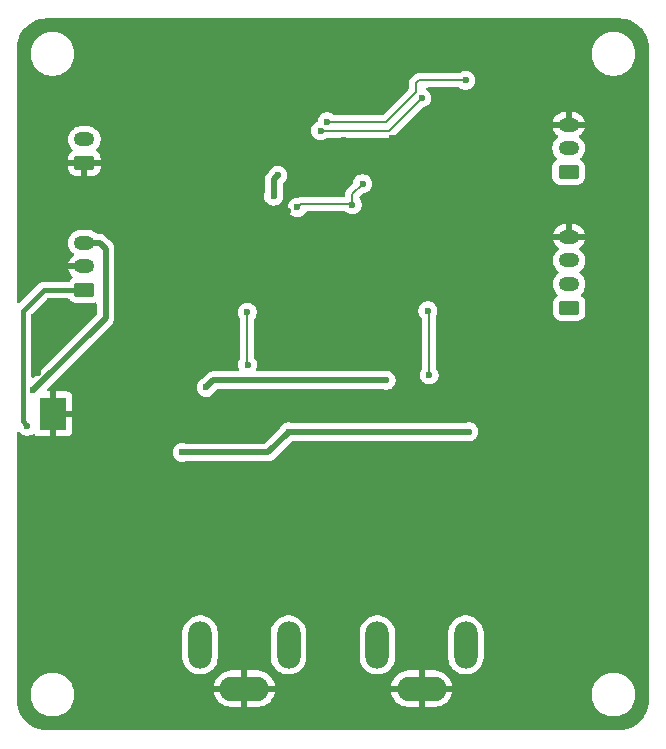
<source format=gbr>
%TF.GenerationSoftware,KiCad,Pcbnew,9.0.7*%
%TF.CreationDate,2026-02-10T21:29:49-05:00*%
%TF.ProjectId,dac,6461632e-6b69-4636-9164-5f7063625858,rev?*%
%TF.SameCoordinates,Original*%
%TF.FileFunction,Copper,L4,Bot*%
%TF.FilePolarity,Positive*%
%FSLAX46Y46*%
G04 Gerber Fmt 4.6, Leading zero omitted, Abs format (unit mm)*
G04 Created by KiCad (PCBNEW 9.0.7) date 2026-02-10 21:29:49*
%MOMM*%
%LPD*%
G01*
G04 APERTURE LIST*
G04 Aperture macros list*
%AMRoundRect*
0 Rectangle with rounded corners*
0 $1 Rounding radius*
0 $2 $3 $4 $5 $6 $7 $8 $9 X,Y pos of 4 corners*
0 Add a 4 corners polygon primitive as box body*
4,1,4,$2,$3,$4,$5,$6,$7,$8,$9,$2,$3,0*
0 Add four circle primitives for the rounded corners*
1,1,$1+$1,$2,$3*
1,1,$1+$1,$4,$5*
1,1,$1+$1,$6,$7*
1,1,$1+$1,$8,$9*
0 Add four rect primitives between the rounded corners*
20,1,$1+$1,$2,$3,$4,$5,0*
20,1,$1+$1,$4,$5,$6,$7,0*
20,1,$1+$1,$6,$7,$8,$9,0*
20,1,$1+$1,$8,$9,$2,$3,0*%
G04 Aperture macros list end*
%TA.AperFunction,ComponentPad*%
%ADD10O,1.750000X1.200000*%
%TD*%
%TA.AperFunction,ComponentPad*%
%ADD11RoundRect,0.250000X0.625000X-0.350000X0.625000X0.350000X-0.625000X0.350000X-0.625000X-0.350000X0*%
%TD*%
%TA.AperFunction,ComponentPad*%
%ADD12C,0.600000*%
%TD*%
%TA.AperFunction,SMDPad,CuDef*%
%ADD13R,2.300000X2.800000*%
%TD*%
%TA.AperFunction,ComponentPad*%
%ADD14O,4.200000X2.100000*%
%TD*%
%TA.AperFunction,ComponentPad*%
%ADD15O,2.000000X4.000000*%
%TD*%
%TA.AperFunction,ViaPad*%
%ADD16C,0.600000*%
%TD*%
%TA.AperFunction,Conductor*%
%ADD17C,0.500000*%
%TD*%
%TA.AperFunction,Conductor*%
%ADD18C,0.400000*%
%TD*%
%TA.AperFunction,Conductor*%
%ADD19C,0.200000*%
%TD*%
G04 APERTURE END LIST*
D10*
%TO.P,J3,3,Pin_3*%
%TO.N,/+15V*%
X108700000Y-94250000D03*
%TO.P,J3,2,Pin_2*%
%TO.N,GND*%
X108700000Y-96250000D03*
D11*
%TO.P,J3,1,Pin_1*%
%TO.N,/-15V*%
X108700000Y-98250000D03*
%TD*%
%TO.P,J4,1,Pin_1*%
%TO.N,GND*%
X108700000Y-87500000D03*
D10*
%TO.P,J4,2,Pin_2*%
%TO.N,+5V*%
X108700000Y-85500000D03*
%TD*%
D11*
%TO.P,J2,1,Pin_1*%
%TO.N,/BCLK*%
X149750000Y-99750000D03*
D10*
%TO.P,J2,2,Pin_2*%
%TO.N,/WCLK*%
X149750000Y-97750000D03*
%TO.P,J2,3,Pin_3*%
%TO.N,/DATA*%
X149750000Y-95750000D03*
%TO.P,J2,4,Pin_4*%
%TO.N,GND*%
X149750000Y-93750000D03*
%TD*%
D11*
%TO.P,J1,1,Pin_1*%
%TO.N,/SCL*%
X149700000Y-88250000D03*
D10*
%TO.P,J1,2,Pin_2*%
%TO.N,/SCA*%
X149700000Y-86250000D03*
%TO.P,J1,3,Pin_3*%
%TO.N,GND*%
X149700000Y-84250000D03*
%TD*%
D12*
%TO.P,U5,11,GND*%
%TO.N,GND*%
X105525000Y-107990000D03*
X105525000Y-109490000D03*
X106025000Y-108740000D03*
D13*
X106025000Y-108740000D03*
D12*
X106525000Y-107990000D03*
X106525000Y-109490000D03*
%TD*%
D14*
%TO.P,J5,1_A*%
%TO.N,GND*%
X122250000Y-132000000D03*
%TO.P,J5,1_B*%
X137250000Y-132000000D03*
D15*
%TO.P,J5,2_A*%
%TO.N,Net-(C15-Pad2)*%
X118500000Y-128300000D03*
%TO.P,J5,2_B*%
%TO.N,Net-(C21-Pad2)*%
X133500000Y-128300000D03*
%TO.P,J5,3_A*%
%TO.N,Net-(C15-Pad2)*%
X126000000Y-128300000D03*
%TO.P,J5,3_B*%
%TO.N,Net-(C21-Pad2)*%
X141000000Y-128300000D03*
%TD*%
D16*
%TO.N,GND*%
X118750000Y-101000000D03*
X118750000Y-98081818D03*
X107000000Y-101750000D03*
%TO.N,/-15V*%
X103846055Y-109794960D03*
%TO.N,/+15V*%
X104350000Y-106750000D03*
%TO.N,GND*%
X104750000Y-105250000D03*
X104750000Y-101000000D03*
X131250000Y-127750000D03*
X126750000Y-101500000D03*
X110250000Y-80250000D03*
X113000000Y-88750000D03*
X144000000Y-82000000D03*
X111250000Y-127595455D03*
X104750000Y-86409091D03*
X150250000Y-118840910D03*
X150250000Y-133331818D03*
X136750000Y-95250000D03*
X153500000Y-86409091D03*
X126700000Y-113152273D03*
X123750000Y-97000000D03*
X108000000Y-118840910D03*
X131250000Y-116090910D03*
X120250000Y-91500000D03*
X131250000Y-121927273D03*
X147000000Y-89327273D03*
X147000000Y-118840910D03*
X126700000Y-116070455D03*
X120250000Y-85250000D03*
X141250000Y-91250000D03*
X111250000Y-130500000D03*
X153500000Y-104250000D03*
X133750000Y-101500000D03*
X143750000Y-113004546D03*
X104750000Y-92245455D03*
X117000000Y-94500000D03*
X104500000Y-97000000D03*
X122250000Y-83750000D03*
X110250000Y-78000000D03*
X143750000Y-107168182D03*
X106500000Y-112500000D03*
X143750000Y-95163637D03*
X131250000Y-113172728D03*
X114500000Y-118840910D03*
X131250000Y-133500000D03*
X104750000Y-121759091D03*
X112857143Y-78000000D03*
X123500000Y-80000000D03*
X153500000Y-89327273D03*
X147000000Y-130500000D03*
X129589285Y-78000000D03*
X134250000Y-95250000D03*
X120749998Y-90625000D03*
X133750000Y-104418182D03*
X143750000Y-130500000D03*
X115500000Y-87250000D03*
X131250000Y-119009091D03*
X153500000Y-83490909D03*
X108000000Y-115922728D03*
X118750000Y-80000000D03*
X141250000Y-89250000D03*
X148750000Y-78000000D03*
X153500000Y-107168182D03*
X147000000Y-98081819D03*
X131250000Y-98250000D03*
X104750000Y-124677273D03*
X143750000Y-115922728D03*
X143750000Y-101000000D03*
X146589285Y-78000000D03*
X153500000Y-124677273D03*
X112250000Y-98081818D03*
X131250000Y-101500000D03*
X127250000Y-87000000D03*
X108000000Y-127595455D03*
X147000000Y-113004546D03*
X108000000Y-121759091D03*
X141250000Y-95250000D03*
X150250000Y-127595455D03*
X133750000Y-90250000D03*
X133750000Y-118988636D03*
X153500000Y-118840910D03*
X106750000Y-106000000D03*
X150250000Y-107168182D03*
X143750000Y-124677273D03*
X153500000Y-101000000D03*
X115500000Y-101000000D03*
X134704605Y-85376156D03*
X120250000Y-83750000D03*
X126700000Y-124825000D03*
X150250000Y-115922728D03*
X111250000Y-118840910D03*
X143750000Y-127595455D03*
X104750000Y-112500000D03*
X129000000Y-124845455D03*
X147000000Y-101000000D03*
X147000000Y-133331818D03*
X129000000Y-113172728D03*
X129000000Y-98250000D03*
X143750000Y-133331818D03*
X153500000Y-115922728D03*
X134785714Y-78000000D03*
X114500000Y-121759091D03*
X117750000Y-124750000D03*
X153500000Y-113004546D03*
X114500000Y-115922728D03*
X115000000Y-78000000D03*
X129000000Y-107336364D03*
X129000000Y-130581818D03*
X129750000Y-87000000D03*
X115500000Y-85750000D03*
X143750000Y-110086364D03*
X121250000Y-89750000D03*
X117785714Y-78000000D03*
X129000000Y-133500000D03*
X120232143Y-78000000D03*
X115500000Y-88750000D03*
X122375000Y-78000000D03*
X143750000Y-104250000D03*
X121250000Y-87000000D03*
X129000000Y-121927273D03*
X108000000Y-124677273D03*
X150250000Y-113004546D03*
X126700000Y-118988636D03*
X153500000Y-98081819D03*
X104750000Y-127595455D03*
X104750000Y-118840910D03*
X153500000Y-121759091D03*
X153500000Y-95163637D03*
X129000000Y-119009091D03*
X121250000Y-97000000D03*
X147000000Y-107168182D03*
X114500000Y-130500000D03*
X117750000Y-121831818D03*
X147000000Y-110086364D03*
X111250000Y-124677273D03*
X134785714Y-80000000D03*
X122750000Y-109500000D03*
X147000000Y-124677273D03*
X112750000Y-80250000D03*
X120250000Y-89750000D03*
X127250000Y-84000000D03*
X147000000Y-121759091D03*
X133750000Y-113152273D03*
X113000000Y-85750000D03*
X129000000Y-116090910D03*
X122250000Y-85250000D03*
X143750000Y-98081819D03*
X121250000Y-80000000D03*
X111250000Y-133331818D03*
X111250000Y-121759091D03*
X104750000Y-89327273D03*
X138000000Y-109000000D03*
X112250000Y-101000000D03*
X115500000Y-98081818D03*
X143750000Y-121759091D03*
X131250000Y-124845455D03*
X104750000Y-83490909D03*
X141250000Y-98081819D03*
X114500000Y-127595455D03*
X125931844Y-91521694D03*
X114500000Y-124677273D03*
X153500000Y-92245455D03*
X143750000Y-118840910D03*
X130723990Y-85575000D03*
X143000000Y-85500000D03*
X146589285Y-80000000D03*
X150250000Y-104250000D03*
X150250000Y-124677273D03*
X117750000Y-118913637D03*
X147000000Y-127595455D03*
X114500000Y-133331818D03*
X130250000Y-93500000D03*
X129000000Y-127750000D03*
X153500000Y-110086364D03*
X153500000Y-127595455D03*
X126700000Y-121906818D03*
X133750000Y-121906818D03*
X131250000Y-107336364D03*
X147000000Y-115922728D03*
X131250000Y-104418182D03*
X133750000Y-116070455D03*
X139000000Y-95250000D03*
X150250000Y-130500000D03*
X127250000Y-89250000D03*
X131250000Y-130581818D03*
X124839285Y-78000000D03*
X126750000Y-104418182D03*
X113000000Y-87250000D03*
X110000000Y-106500000D03*
X129000000Y-104418182D03*
X129000000Y-101500000D03*
X147000000Y-104250000D03*
X150250000Y-110086364D03*
X148750000Y-80000000D03*
X129000000Y-95331818D03*
X111250000Y-115922728D03*
X133750000Y-124825000D03*
X134785714Y-82000000D03*
X104750000Y-115922728D03*
X126750000Y-98250000D03*
X112000000Y-92500000D03*
X123250000Y-89250000D03*
X150250000Y-121759091D03*
X121250000Y-91500000D03*
X146500000Y-82000000D03*
X129750000Y-89250000D03*
X127000000Y-78000000D03*
%TO.N,DAC2B*%
X137890000Y-105444283D03*
X137783862Y-100007997D03*
%TO.N,+3.3V*%
X132250000Y-89250000D03*
X125091263Y-88545895D03*
X126741805Y-91263879D03*
X124717491Y-90302438D03*
X131392322Y-91023694D03*
%TO.N,DAC1B*%
X122499999Y-100134651D03*
X122515288Y-104565472D03*
%TO.N,+12V*%
X134250000Y-105887502D03*
X119000000Y-106500000D03*
%TO.N,-12V*%
X141250000Y-110250000D03*
X126000000Y-110250000D03*
X117000000Y-112000000D03*
%TO.N,Net-(U1-ADDR0)*%
X128699000Y-84756223D03*
X137250000Y-82000000D03*
%TO.N,Net-(U1-ADDR1)*%
X141000000Y-80500000D03*
X129250000Y-84000000D03*
%TD*%
D17*
%TO.N,/+15V*%
X110500000Y-100600000D02*
X104350000Y-106750000D01*
X110500000Y-94750000D02*
X110500000Y-100600000D01*
X110000000Y-94250000D02*
X110500000Y-94750000D01*
X108700000Y-94250000D02*
X110000000Y-94250000D01*
D18*
%TO.N,/-15V*%
X105250000Y-98250000D02*
X108700000Y-98250000D01*
X103500000Y-100000000D02*
X105250000Y-98250000D01*
X103500000Y-109357000D02*
X103500000Y-100000000D01*
X103883000Y-109740000D02*
X103500000Y-109357000D01*
D19*
%TO.N,+3.3V*%
X127005684Y-91000000D02*
X126741805Y-91263879D01*
X131368628Y-91000000D02*
X127005684Y-91000000D01*
X131392322Y-91023694D02*
X131368628Y-91000000D01*
%TO.N,GND*%
X130723990Y-85698990D02*
X130723990Y-85575000D01*
X130775000Y-85750000D02*
X130723990Y-85698990D01*
%TO.N,DAC2B*%
X137890000Y-100035398D02*
X137862599Y-100007997D01*
X137890000Y-105444283D02*
X137890000Y-100035398D01*
X137862599Y-100007997D02*
X137783862Y-100007997D01*
%TO.N,+3.3V*%
X132250000Y-89250000D02*
X131392322Y-90107678D01*
X124717491Y-90302438D02*
X124750002Y-90269927D01*
D17*
X124750002Y-88887156D02*
X125091263Y-88545895D01*
X124750002Y-90269927D02*
X124750002Y-88887156D01*
D19*
X131392322Y-90107678D02*
X131392322Y-91023694D01*
%TO.N,DAC1B*%
X122499999Y-100134651D02*
X122499999Y-104550183D01*
X122499999Y-104550183D02*
X122515288Y-104565472D01*
D17*
%TO.N,+12V*%
X119612498Y-105887502D02*
X134250000Y-105887502D01*
X119000000Y-106500000D02*
X119612498Y-105887502D01*
%TO.N,-12V*%
X126000000Y-110250000D02*
X141250000Y-110250000D01*
X117000000Y-112000000D02*
X124250000Y-112000000D01*
X126000000Y-110250000D02*
X124250000Y-112000000D01*
D19*
%TO.N,Net-(U1-ADDR0)*%
X137250000Y-82000000D02*
X134500000Y-84750000D01*
X134500000Y-84750000D02*
X128705223Y-84750000D01*
X128705223Y-84750000D02*
X128699000Y-84756223D01*
%TO.N,Net-(U1-ADDR1)*%
X136750000Y-80750000D02*
X137000000Y-80500000D01*
X136750000Y-81500000D02*
X136750000Y-80750000D01*
X129250000Y-84000000D02*
X134250000Y-84000000D01*
X134250000Y-84000000D02*
X136750000Y-81500000D01*
X137000000Y-80500000D02*
X141000000Y-80500000D01*
%TD*%
%TA.AperFunction,Conductor*%
%TO.N,GND*%
G36*
X154003736Y-75250726D02*
G01*
X154293796Y-75268271D01*
X154308659Y-75270076D01*
X154590798Y-75321780D01*
X154605335Y-75325363D01*
X154879172Y-75410695D01*
X154893163Y-75416000D01*
X155154743Y-75533727D01*
X155167989Y-75540680D01*
X155413465Y-75689075D01*
X155425776Y-75697573D01*
X155651573Y-75874473D01*
X155662781Y-75884403D01*
X155865596Y-76087218D01*
X155875526Y-76098426D01*
X155995481Y-76251538D01*
X156052422Y-76324217D01*
X156060926Y-76336537D01*
X156118128Y-76431161D01*
X156209316Y-76582004D01*
X156216275Y-76595263D01*
X156333997Y-76856831D01*
X156339306Y-76870832D01*
X156424635Y-77144663D01*
X156428219Y-77159201D01*
X156479923Y-77441340D01*
X156481728Y-77456205D01*
X156499274Y-77746263D01*
X156499500Y-77753750D01*
X156499500Y-132996249D01*
X156499274Y-133003736D01*
X156481728Y-133293794D01*
X156479923Y-133308659D01*
X156428219Y-133590798D01*
X156424635Y-133605336D01*
X156339306Y-133879167D01*
X156333997Y-133893168D01*
X156216275Y-134154736D01*
X156209316Y-134167995D01*
X156060928Y-134413459D01*
X156052422Y-134425782D01*
X155875526Y-134651573D01*
X155865596Y-134662781D01*
X155662781Y-134865596D01*
X155651573Y-134875526D01*
X155425782Y-135052422D01*
X155413459Y-135060928D01*
X155167995Y-135209316D01*
X155154736Y-135216275D01*
X154893168Y-135333997D01*
X154879167Y-135339306D01*
X154605336Y-135424635D01*
X154590798Y-135428219D01*
X154308659Y-135479923D01*
X154293794Y-135481728D01*
X154003736Y-135499274D01*
X153996249Y-135499500D01*
X105503751Y-135499500D01*
X105496264Y-135499274D01*
X105206205Y-135481728D01*
X105191340Y-135479923D01*
X104909201Y-135428219D01*
X104894663Y-135424635D01*
X104620832Y-135339306D01*
X104606831Y-135333997D01*
X104345263Y-135216275D01*
X104332004Y-135209316D01*
X104086540Y-135060928D01*
X104074217Y-135052422D01*
X103848426Y-134875526D01*
X103837218Y-134865596D01*
X103634403Y-134662781D01*
X103624473Y-134651573D01*
X103447573Y-134425776D01*
X103439075Y-134413465D01*
X103290680Y-134167989D01*
X103283727Y-134154743D01*
X103166000Y-133893163D01*
X103160693Y-133879167D01*
X103111949Y-133722743D01*
X103075363Y-133605335D01*
X103071780Y-133590798D01*
X103020075Y-133308657D01*
X103018271Y-133293794D01*
X103000726Y-133003736D01*
X103000500Y-132996249D01*
X103000500Y-132378711D01*
X104149500Y-132378711D01*
X104149500Y-132621288D01*
X104181161Y-132861785D01*
X104243947Y-133096104D01*
X104336773Y-133320205D01*
X104336776Y-133320212D01*
X104458064Y-133530289D01*
X104458066Y-133530292D01*
X104458067Y-133530293D01*
X104605733Y-133722736D01*
X104605739Y-133722743D01*
X104777256Y-133894260D01*
X104777262Y-133894265D01*
X104969711Y-134041936D01*
X105179788Y-134163224D01*
X105403900Y-134256054D01*
X105638211Y-134318838D01*
X105818586Y-134342584D01*
X105878711Y-134350500D01*
X105878712Y-134350500D01*
X106121289Y-134350500D01*
X106169388Y-134344167D01*
X106361789Y-134318838D01*
X106596100Y-134256054D01*
X106820212Y-134163224D01*
X107030289Y-134041936D01*
X107222738Y-133894265D01*
X107394265Y-133722738D01*
X107541936Y-133530289D01*
X107663224Y-133320212D01*
X107756054Y-133096100D01*
X107818838Y-132861789D01*
X107850500Y-132621288D01*
X107850500Y-132378712D01*
X107818838Y-132138211D01*
X107756054Y-131903900D01*
X107756051Y-131903892D01*
X107727315Y-131834515D01*
X107692307Y-131750000D01*
X119670275Y-131750000D01*
X121049999Y-131750000D01*
X121024979Y-131810402D01*
X121000000Y-131935981D01*
X121000000Y-132064019D01*
X121024979Y-132189598D01*
X121049999Y-132250000D01*
X119670275Y-132250000D01*
X119688165Y-132362959D01*
X119763560Y-132594998D01*
X119874321Y-132812377D01*
X120017728Y-133009759D01*
X120190240Y-133182271D01*
X120387622Y-133325678D01*
X120605001Y-133436439D01*
X120837040Y-133511834D01*
X121078007Y-133550000D01*
X122000000Y-133550000D01*
X122000000Y-132650000D01*
X122500000Y-132650000D01*
X122500000Y-133550000D01*
X123421993Y-133550000D01*
X123662959Y-133511834D01*
X123894998Y-133436439D01*
X124112377Y-133325678D01*
X124309759Y-133182271D01*
X124482271Y-133009759D01*
X124625678Y-132812377D01*
X124736439Y-132594998D01*
X124811834Y-132362959D01*
X124829725Y-132250000D01*
X123450001Y-132250000D01*
X123475021Y-132189598D01*
X123500000Y-132064019D01*
X123500000Y-131935981D01*
X123475021Y-131810402D01*
X123450001Y-131750000D01*
X124829725Y-131750000D01*
X134670275Y-131750000D01*
X136049999Y-131750000D01*
X136024979Y-131810402D01*
X136000000Y-131935981D01*
X136000000Y-132064019D01*
X136024979Y-132189598D01*
X136049999Y-132250000D01*
X134670275Y-132250000D01*
X134688165Y-132362959D01*
X134763560Y-132594998D01*
X134874321Y-132812377D01*
X135017728Y-133009759D01*
X135190240Y-133182271D01*
X135387622Y-133325678D01*
X135605001Y-133436439D01*
X135837040Y-133511834D01*
X136078007Y-133550000D01*
X137000000Y-133550000D01*
X137000000Y-132650000D01*
X137500000Y-132650000D01*
X137500000Y-133550000D01*
X138421993Y-133550000D01*
X138662959Y-133511834D01*
X138894998Y-133436439D01*
X139112377Y-133325678D01*
X139309759Y-133182271D01*
X139482271Y-133009759D01*
X139625678Y-132812377D01*
X139736439Y-132594998D01*
X139806715Y-132378711D01*
X151649500Y-132378711D01*
X151649500Y-132621288D01*
X151681161Y-132861785D01*
X151743947Y-133096104D01*
X151836773Y-133320205D01*
X151836776Y-133320212D01*
X151958064Y-133530289D01*
X151958066Y-133530292D01*
X151958067Y-133530293D01*
X152105733Y-133722736D01*
X152105739Y-133722743D01*
X152277256Y-133894260D01*
X152277262Y-133894265D01*
X152469711Y-134041936D01*
X152679788Y-134163224D01*
X152903900Y-134256054D01*
X153138211Y-134318838D01*
X153318586Y-134342584D01*
X153378711Y-134350500D01*
X153378712Y-134350500D01*
X153621289Y-134350500D01*
X153669388Y-134344167D01*
X153861789Y-134318838D01*
X154096100Y-134256054D01*
X154320212Y-134163224D01*
X154530289Y-134041936D01*
X154722738Y-133894265D01*
X154894265Y-133722738D01*
X155041936Y-133530289D01*
X155163224Y-133320212D01*
X155256054Y-133096100D01*
X155318838Y-132861789D01*
X155350500Y-132621288D01*
X155350500Y-132378712D01*
X155318838Y-132138211D01*
X155256054Y-131903900D01*
X155163224Y-131679788D01*
X155041936Y-131469711D01*
X154894265Y-131277262D01*
X154894260Y-131277256D01*
X154722743Y-131105739D01*
X154722736Y-131105733D01*
X154530293Y-130958067D01*
X154530292Y-130958066D01*
X154530289Y-130958064D01*
X154320212Y-130836776D01*
X154274226Y-130817728D01*
X154096104Y-130743947D01*
X153861785Y-130681161D01*
X153621289Y-130649500D01*
X153621288Y-130649500D01*
X153378712Y-130649500D01*
X153378711Y-130649500D01*
X153138214Y-130681161D01*
X152903895Y-130743947D01*
X152679794Y-130836773D01*
X152679785Y-130836777D01*
X152469706Y-130958067D01*
X152277263Y-131105733D01*
X152277256Y-131105739D01*
X152105739Y-131277256D01*
X152105733Y-131277263D01*
X151958067Y-131469706D01*
X151836777Y-131679785D01*
X151836773Y-131679794D01*
X151743947Y-131903895D01*
X151681161Y-132138214D01*
X151649500Y-132378711D01*
X139806715Y-132378711D01*
X139811832Y-132362963D01*
X139813053Y-132355258D01*
X139813054Y-132355255D01*
X139829725Y-132250000D01*
X138450001Y-132250000D01*
X138475021Y-132189598D01*
X138500000Y-132064019D01*
X138500000Y-131935981D01*
X138475021Y-131810402D01*
X138450001Y-131750000D01*
X139829725Y-131750000D01*
X139811834Y-131637040D01*
X139736439Y-131405001D01*
X139625678Y-131187622D01*
X139482271Y-130990240D01*
X139309759Y-130817728D01*
X139112377Y-130674321D01*
X138894998Y-130563560D01*
X138662959Y-130488165D01*
X138421993Y-130450000D01*
X137500000Y-130450000D01*
X137500000Y-131350000D01*
X137000000Y-131350000D01*
X137000000Y-130450000D01*
X136078007Y-130450000D01*
X135837040Y-130488165D01*
X135605001Y-130563560D01*
X135387622Y-130674321D01*
X135190240Y-130817728D01*
X135017728Y-130990240D01*
X134874321Y-131187622D01*
X134763560Y-131405001D01*
X134688165Y-131637040D01*
X134670275Y-131750000D01*
X124829725Y-131750000D01*
X124811834Y-131637040D01*
X124736439Y-131405001D01*
X124625678Y-131187622D01*
X124482271Y-130990240D01*
X124309759Y-130817728D01*
X124112377Y-130674321D01*
X123894998Y-130563560D01*
X123662959Y-130488165D01*
X123421993Y-130450000D01*
X122500000Y-130450000D01*
X122500000Y-131350000D01*
X122000000Y-131350000D01*
X122000000Y-130450000D01*
X121078007Y-130450000D01*
X120837040Y-130488165D01*
X120605001Y-130563560D01*
X120387622Y-130674321D01*
X120190240Y-130817728D01*
X120017728Y-130990240D01*
X119874321Y-131187622D01*
X119763560Y-131405001D01*
X119688165Y-131637040D01*
X119670275Y-131750000D01*
X107692307Y-131750000D01*
X107663227Y-131679794D01*
X107663222Y-131679785D01*
X107638543Y-131637040D01*
X107541936Y-131469711D01*
X107394265Y-131277262D01*
X107394260Y-131277256D01*
X107222743Y-131105739D01*
X107222736Y-131105733D01*
X107030293Y-130958067D01*
X107030292Y-130958066D01*
X107030289Y-130958064D01*
X106820212Y-130836776D01*
X106774226Y-130817728D01*
X106596104Y-130743947D01*
X106361785Y-130681161D01*
X106121289Y-130649500D01*
X106121288Y-130649500D01*
X105878712Y-130649500D01*
X105878711Y-130649500D01*
X105638214Y-130681161D01*
X105403895Y-130743947D01*
X105179794Y-130836773D01*
X105179785Y-130836777D01*
X104969706Y-130958067D01*
X104777263Y-131105733D01*
X104777256Y-131105739D01*
X104605739Y-131277256D01*
X104605733Y-131277263D01*
X104458067Y-131469706D01*
X104336777Y-131679785D01*
X104336773Y-131679794D01*
X104243947Y-131903895D01*
X104181161Y-132138214D01*
X104149500Y-132378711D01*
X103000500Y-132378711D01*
X103000500Y-127181902D01*
X116999500Y-127181902D01*
X116999500Y-129418097D01*
X117036446Y-129651368D01*
X117109433Y-129875996D01*
X117216657Y-130086433D01*
X117355483Y-130277510D01*
X117522490Y-130444517D01*
X117713567Y-130583343D01*
X117812991Y-130634002D01*
X117924003Y-130690566D01*
X117924005Y-130690566D01*
X117924008Y-130690568D01*
X118044412Y-130729689D01*
X118148631Y-130763553D01*
X118381903Y-130800500D01*
X118381908Y-130800500D01*
X118618097Y-130800500D01*
X118851368Y-130763553D01*
X119075992Y-130690568D01*
X119286433Y-130583343D01*
X119477510Y-130444517D01*
X119644517Y-130277510D01*
X119783343Y-130086433D01*
X119890568Y-129875992D01*
X119963553Y-129651368D01*
X120000500Y-129418097D01*
X120000500Y-127181902D01*
X124499500Y-127181902D01*
X124499500Y-129418097D01*
X124536446Y-129651368D01*
X124609433Y-129875996D01*
X124716657Y-130086433D01*
X124855483Y-130277510D01*
X125022490Y-130444517D01*
X125213567Y-130583343D01*
X125312991Y-130634002D01*
X125424003Y-130690566D01*
X125424005Y-130690566D01*
X125424008Y-130690568D01*
X125544412Y-130729689D01*
X125648631Y-130763553D01*
X125881903Y-130800500D01*
X125881908Y-130800500D01*
X126118097Y-130800500D01*
X126351368Y-130763553D01*
X126575992Y-130690568D01*
X126786433Y-130583343D01*
X126977510Y-130444517D01*
X127144517Y-130277510D01*
X127283343Y-130086433D01*
X127390568Y-129875992D01*
X127463553Y-129651368D01*
X127500500Y-129418097D01*
X127500500Y-127181902D01*
X131999500Y-127181902D01*
X131999500Y-129418097D01*
X132036446Y-129651368D01*
X132109433Y-129875996D01*
X132216657Y-130086433D01*
X132355483Y-130277510D01*
X132522490Y-130444517D01*
X132713567Y-130583343D01*
X132812991Y-130634002D01*
X132924003Y-130690566D01*
X132924005Y-130690566D01*
X132924008Y-130690568D01*
X133044412Y-130729689D01*
X133148631Y-130763553D01*
X133381903Y-130800500D01*
X133381908Y-130800500D01*
X133618097Y-130800500D01*
X133851368Y-130763553D01*
X134075992Y-130690568D01*
X134286433Y-130583343D01*
X134477510Y-130444517D01*
X134644517Y-130277510D01*
X134783343Y-130086433D01*
X134890568Y-129875992D01*
X134963553Y-129651368D01*
X135000500Y-129418097D01*
X135000500Y-127181902D01*
X139499500Y-127181902D01*
X139499500Y-129418097D01*
X139536446Y-129651368D01*
X139609433Y-129875996D01*
X139716657Y-130086433D01*
X139855483Y-130277510D01*
X140022490Y-130444517D01*
X140213567Y-130583343D01*
X140312991Y-130634002D01*
X140424003Y-130690566D01*
X140424005Y-130690566D01*
X140424008Y-130690568D01*
X140544412Y-130729689D01*
X140648631Y-130763553D01*
X140881903Y-130800500D01*
X140881908Y-130800500D01*
X141118097Y-130800500D01*
X141351368Y-130763553D01*
X141575992Y-130690568D01*
X141786433Y-130583343D01*
X141977510Y-130444517D01*
X142144517Y-130277510D01*
X142283343Y-130086433D01*
X142390568Y-129875992D01*
X142463553Y-129651368D01*
X142500500Y-129418097D01*
X142500500Y-127181902D01*
X142463553Y-126948631D01*
X142390566Y-126724003D01*
X142283342Y-126513566D01*
X142144517Y-126322490D01*
X141977510Y-126155483D01*
X141786433Y-126016657D01*
X141575996Y-125909433D01*
X141351368Y-125836446D01*
X141118097Y-125799500D01*
X141118092Y-125799500D01*
X140881908Y-125799500D01*
X140881903Y-125799500D01*
X140648631Y-125836446D01*
X140424003Y-125909433D01*
X140213566Y-126016657D01*
X140104550Y-126095862D01*
X140022490Y-126155483D01*
X140022488Y-126155485D01*
X140022487Y-126155485D01*
X139855485Y-126322487D01*
X139855485Y-126322488D01*
X139855483Y-126322490D01*
X139795862Y-126404550D01*
X139716657Y-126513566D01*
X139609433Y-126724003D01*
X139536446Y-126948631D01*
X139499500Y-127181902D01*
X135000500Y-127181902D01*
X134963553Y-126948631D01*
X134890566Y-126724003D01*
X134783342Y-126513566D01*
X134644517Y-126322490D01*
X134477510Y-126155483D01*
X134286433Y-126016657D01*
X134075996Y-125909433D01*
X133851368Y-125836446D01*
X133618097Y-125799500D01*
X133618092Y-125799500D01*
X133381908Y-125799500D01*
X133381903Y-125799500D01*
X133148631Y-125836446D01*
X132924003Y-125909433D01*
X132713566Y-126016657D01*
X132604550Y-126095862D01*
X132522490Y-126155483D01*
X132522488Y-126155485D01*
X132522487Y-126155485D01*
X132355485Y-126322487D01*
X132355485Y-126322488D01*
X132355483Y-126322490D01*
X132295862Y-126404550D01*
X132216657Y-126513566D01*
X132109433Y-126724003D01*
X132036446Y-126948631D01*
X131999500Y-127181902D01*
X127500500Y-127181902D01*
X127463553Y-126948631D01*
X127390566Y-126724003D01*
X127283342Y-126513566D01*
X127144517Y-126322490D01*
X126977510Y-126155483D01*
X126786433Y-126016657D01*
X126575996Y-125909433D01*
X126351368Y-125836446D01*
X126118097Y-125799500D01*
X126118092Y-125799500D01*
X125881908Y-125799500D01*
X125881903Y-125799500D01*
X125648631Y-125836446D01*
X125424003Y-125909433D01*
X125213566Y-126016657D01*
X125104550Y-126095862D01*
X125022490Y-126155483D01*
X125022488Y-126155485D01*
X125022487Y-126155485D01*
X124855485Y-126322487D01*
X124855485Y-126322488D01*
X124855483Y-126322490D01*
X124795862Y-126404550D01*
X124716657Y-126513566D01*
X124609433Y-126724003D01*
X124536446Y-126948631D01*
X124499500Y-127181902D01*
X120000500Y-127181902D01*
X119963553Y-126948631D01*
X119890566Y-126724003D01*
X119783342Y-126513566D01*
X119644517Y-126322490D01*
X119477510Y-126155483D01*
X119286433Y-126016657D01*
X119075996Y-125909433D01*
X118851368Y-125836446D01*
X118618097Y-125799500D01*
X118618092Y-125799500D01*
X118381908Y-125799500D01*
X118381903Y-125799500D01*
X118148631Y-125836446D01*
X117924003Y-125909433D01*
X117713566Y-126016657D01*
X117604550Y-126095862D01*
X117522490Y-126155483D01*
X117522488Y-126155485D01*
X117522487Y-126155485D01*
X117355485Y-126322487D01*
X117355485Y-126322488D01*
X117355483Y-126322490D01*
X117295862Y-126404550D01*
X117216657Y-126513566D01*
X117109433Y-126724003D01*
X117036446Y-126948631D01*
X116999500Y-127181902D01*
X103000500Y-127181902D01*
X103000500Y-111921153D01*
X116199500Y-111921153D01*
X116199500Y-112078846D01*
X116230261Y-112233489D01*
X116230264Y-112233501D01*
X116290602Y-112379172D01*
X116290609Y-112379185D01*
X116378210Y-112510288D01*
X116378213Y-112510292D01*
X116489707Y-112621786D01*
X116489711Y-112621789D01*
X116620814Y-112709390D01*
X116620827Y-112709397D01*
X116720060Y-112750500D01*
X116766503Y-112769737D01*
X116921153Y-112800499D01*
X116921156Y-112800500D01*
X116921158Y-112800500D01*
X117078844Y-112800500D01*
X117078845Y-112800499D01*
X117155152Y-112785320D01*
X117233488Y-112769739D01*
X117233489Y-112769738D01*
X117233497Y-112769737D01*
X117257155Y-112759937D01*
X117304604Y-112750500D01*
X124323920Y-112750500D01*
X124421462Y-112731096D01*
X124468913Y-112721658D01*
X124605495Y-112665084D01*
X124670291Y-112621789D01*
X124670294Y-112621786D01*
X124670296Y-112621786D01*
X124699547Y-112602240D01*
X124728416Y-112582952D01*
X126274549Y-111036819D01*
X126335872Y-111003334D01*
X126362230Y-111000500D01*
X140945396Y-111000500D01*
X140992844Y-111009937D01*
X141016503Y-111019737D01*
X141016508Y-111019738D01*
X141016511Y-111019739D01*
X141171153Y-111050499D01*
X141171156Y-111050500D01*
X141171158Y-111050500D01*
X141328844Y-111050500D01*
X141328845Y-111050499D01*
X141483497Y-111019737D01*
X141629179Y-110959394D01*
X141760289Y-110871789D01*
X141871789Y-110760289D01*
X141959394Y-110629179D01*
X142019737Y-110483497D01*
X142050500Y-110328842D01*
X142050500Y-110171158D01*
X142050500Y-110171155D01*
X142050499Y-110171153D01*
X142035063Y-110093552D01*
X142019737Y-110016503D01*
X141985855Y-109934703D01*
X141959397Y-109870827D01*
X141959390Y-109870814D01*
X141871789Y-109739711D01*
X141871786Y-109739707D01*
X141760292Y-109628213D01*
X141760288Y-109628210D01*
X141629185Y-109540609D01*
X141629172Y-109540602D01*
X141483501Y-109480264D01*
X141483489Y-109480261D01*
X141328845Y-109449500D01*
X141328842Y-109449500D01*
X141171158Y-109449500D01*
X141171155Y-109449500D01*
X141016511Y-109480260D01*
X141016506Y-109480262D01*
X141016504Y-109480262D01*
X141016503Y-109480263D01*
X140992844Y-109490062D01*
X140945396Y-109499500D01*
X126304604Y-109499500D01*
X126257155Y-109490062D01*
X126233497Y-109480263D01*
X126233493Y-109480262D01*
X126233488Y-109480260D01*
X126078845Y-109449500D01*
X126078842Y-109449500D01*
X125921158Y-109449500D01*
X125921155Y-109449500D01*
X125766510Y-109480261D01*
X125766498Y-109480264D01*
X125620827Y-109540602D01*
X125620814Y-109540609D01*
X125489711Y-109628210D01*
X125489707Y-109628213D01*
X125378213Y-109739707D01*
X125378207Y-109739715D01*
X125290607Y-109870818D01*
X125290606Y-109870819D01*
X125280805Y-109894480D01*
X125253927Y-109934703D01*
X123975451Y-111213181D01*
X123914128Y-111246666D01*
X123887770Y-111249500D01*
X117304604Y-111249500D01*
X117257155Y-111240062D01*
X117233497Y-111230263D01*
X117233493Y-111230262D01*
X117233488Y-111230260D01*
X117078845Y-111199500D01*
X117078842Y-111199500D01*
X116921158Y-111199500D01*
X116921155Y-111199500D01*
X116766510Y-111230261D01*
X116766498Y-111230264D01*
X116620827Y-111290602D01*
X116620814Y-111290609D01*
X116489711Y-111378210D01*
X116489707Y-111378213D01*
X116378213Y-111489707D01*
X116378210Y-111489711D01*
X116290609Y-111620814D01*
X116290602Y-111620827D01*
X116230264Y-111766498D01*
X116230261Y-111766510D01*
X116199500Y-111921153D01*
X103000500Y-111921153D01*
X103000500Y-110379133D01*
X103020185Y-110312094D01*
X103072989Y-110266339D01*
X103142147Y-110256395D01*
X103205703Y-110285420D01*
X103219605Y-110301194D01*
X103220402Y-110300541D01*
X103224268Y-110305252D01*
X103335762Y-110416746D01*
X103335766Y-110416749D01*
X103466869Y-110504350D01*
X103466882Y-110504357D01*
X103612553Y-110564695D01*
X103612558Y-110564697D01*
X103767208Y-110595459D01*
X103767211Y-110595460D01*
X103767213Y-110595460D01*
X103924899Y-110595460D01*
X103924900Y-110595459D01*
X104079552Y-110564697D01*
X104225234Y-110504354D01*
X104326111Y-110436949D01*
X104392788Y-110416072D01*
X104460168Y-110434556D01*
X104494268Y-110465740D01*
X104517812Y-110497190D01*
X104632906Y-110583350D01*
X104632913Y-110583354D01*
X104767620Y-110633596D01*
X104767627Y-110633598D01*
X104827155Y-110639999D01*
X104827172Y-110640000D01*
X105775000Y-110640000D01*
X105775000Y-110093553D01*
X105774999Y-110093552D01*
X106275000Y-110093552D01*
X106275000Y-110640000D01*
X107222828Y-110640000D01*
X107222844Y-110639999D01*
X107282372Y-110633598D01*
X107282379Y-110633596D01*
X107417086Y-110583354D01*
X107417093Y-110583350D01*
X107532187Y-110497190D01*
X107532190Y-110497187D01*
X107618350Y-110382093D01*
X107618354Y-110382086D01*
X107668596Y-110247379D01*
X107668598Y-110247372D01*
X107674999Y-110187844D01*
X107675000Y-110187827D01*
X107675000Y-108990000D01*
X106378553Y-108990000D01*
X106614095Y-109225542D01*
X106647580Y-109286865D01*
X106642596Y-109356557D01*
X106627374Y-109380242D01*
X106609968Y-109362836D01*
X106554837Y-109340000D01*
X106495163Y-109340000D01*
X106440032Y-109362836D01*
X106397836Y-109405032D01*
X106375000Y-109460163D01*
X106375000Y-109519837D01*
X106397836Y-109574968D01*
X106440032Y-109617164D01*
X106495163Y-109640000D01*
X106554837Y-109640000D01*
X106609968Y-109617164D01*
X106626082Y-109601049D01*
X106647580Y-109640418D01*
X106642596Y-109710110D01*
X106614095Y-109754457D01*
X106275000Y-110093552D01*
X105774999Y-110093552D01*
X105435904Y-109754457D01*
X105402419Y-109693134D01*
X105407403Y-109623442D01*
X105422624Y-109599756D01*
X105440032Y-109617164D01*
X105495163Y-109640000D01*
X105554837Y-109640000D01*
X105609968Y-109617164D01*
X105652164Y-109574968D01*
X105675000Y-109519837D01*
X105675000Y-109460163D01*
X105652164Y-109405032D01*
X105609968Y-109362836D01*
X105554837Y-109340000D01*
X105495163Y-109340000D01*
X105440032Y-109362836D01*
X105423916Y-109378951D01*
X105402419Y-109339581D01*
X105407403Y-109269889D01*
X105435904Y-109225542D01*
X105774999Y-108886446D01*
X105775000Y-108886445D01*
X105775000Y-108710163D01*
X105875000Y-108710163D01*
X105875000Y-108769837D01*
X105897836Y-108824968D01*
X105940032Y-108867164D01*
X105995163Y-108890000D01*
X106054837Y-108890000D01*
X106109968Y-108867164D01*
X106152164Y-108824968D01*
X106175000Y-108769837D01*
X106175000Y-108710163D01*
X106152164Y-108655032D01*
X106109968Y-108612836D01*
X106054837Y-108590000D01*
X105995163Y-108590000D01*
X105940032Y-108612836D01*
X105897836Y-108655032D01*
X105875000Y-108710163D01*
X105775000Y-108710163D01*
X105775000Y-108593553D01*
X105435904Y-108254457D01*
X105402419Y-108193134D01*
X105407403Y-108123442D01*
X105422624Y-108099756D01*
X105440032Y-108117164D01*
X105495163Y-108140000D01*
X105554837Y-108140000D01*
X105609968Y-108117164D01*
X105652164Y-108074968D01*
X105675000Y-108019837D01*
X105675000Y-107960163D01*
X105652164Y-107905032D01*
X105609968Y-107862836D01*
X105554837Y-107840000D01*
X105495163Y-107840000D01*
X105440032Y-107862836D01*
X105423916Y-107878951D01*
X105402419Y-107839581D01*
X105407403Y-107769889D01*
X105435904Y-107725542D01*
X105774999Y-107386446D01*
X106275000Y-107386446D01*
X106614096Y-107725542D01*
X106647581Y-107786865D01*
X106642597Y-107856557D01*
X106627374Y-107880242D01*
X106609968Y-107862836D01*
X106554837Y-107840000D01*
X106495163Y-107840000D01*
X106440032Y-107862836D01*
X106397836Y-107905032D01*
X106375000Y-107960163D01*
X106375000Y-108019837D01*
X106397836Y-108074968D01*
X106440032Y-108117164D01*
X106495163Y-108140000D01*
X106554837Y-108140000D01*
X106609968Y-108117164D01*
X106626082Y-108101049D01*
X106647580Y-108140418D01*
X106642596Y-108210110D01*
X106614095Y-108254457D01*
X106378553Y-108489999D01*
X106378554Y-108490000D01*
X107675000Y-108490000D01*
X107675000Y-107292172D01*
X107674999Y-107292155D01*
X107668598Y-107232627D01*
X107668596Y-107232620D01*
X107618354Y-107097913D01*
X107618350Y-107097906D01*
X107532190Y-106982812D01*
X107532187Y-106982809D01*
X107417093Y-106896649D01*
X107417086Y-106896645D01*
X107282379Y-106846403D01*
X107282372Y-106846401D01*
X107222844Y-106840000D01*
X106275000Y-106840000D01*
X106275000Y-107386446D01*
X105774999Y-107386446D01*
X105775000Y-107386445D01*
X105775000Y-106840000D01*
X105620729Y-106840000D01*
X105553690Y-106820315D01*
X105507935Y-106767511D01*
X105497991Y-106698353D01*
X105527016Y-106634797D01*
X105533048Y-106628319D01*
X105740214Y-106421153D01*
X118199500Y-106421153D01*
X118199500Y-106578846D01*
X118230261Y-106733489D01*
X118230264Y-106733501D01*
X118290602Y-106879172D01*
X118290609Y-106879185D01*
X118378210Y-107010288D01*
X118378213Y-107010292D01*
X118489707Y-107121786D01*
X118489711Y-107121789D01*
X118620814Y-107209390D01*
X118620827Y-107209397D01*
X118743693Y-107260289D01*
X118766503Y-107269737D01*
X118879291Y-107292172D01*
X118921153Y-107300499D01*
X118921156Y-107300500D01*
X118921158Y-107300500D01*
X119078844Y-107300500D01*
X119078845Y-107300499D01*
X119233497Y-107269737D01*
X119379179Y-107209394D01*
X119510289Y-107121789D01*
X119621789Y-107010289D01*
X119709394Y-106879179D01*
X119719191Y-106855524D01*
X119723823Y-106848592D01*
X119724921Y-106843547D01*
X119746065Y-106815301D01*
X119887048Y-106674319D01*
X119948371Y-106640836D01*
X119974728Y-106638002D01*
X133945396Y-106638002D01*
X133992844Y-106647439D01*
X134016503Y-106657239D01*
X134016508Y-106657240D01*
X134016511Y-106657241D01*
X134171153Y-106688001D01*
X134171156Y-106688002D01*
X134171158Y-106688002D01*
X134328844Y-106688002D01*
X134328845Y-106688001D01*
X134483497Y-106657239D01*
X134629179Y-106596896D01*
X134760289Y-106509291D01*
X134871789Y-106397791D01*
X134959394Y-106266681D01*
X135019737Y-106120999D01*
X135050500Y-105966344D01*
X135050500Y-105808660D01*
X135050500Y-105808657D01*
X135050499Y-105808655D01*
X135024466Y-105677780D01*
X135019737Y-105654005D01*
X135008324Y-105626451D01*
X134959397Y-105508329D01*
X134959390Y-105508316D01*
X134871789Y-105377213D01*
X134871786Y-105377209D01*
X134760292Y-105265715D01*
X134760288Y-105265712D01*
X134629185Y-105178111D01*
X134629172Y-105178104D01*
X134483501Y-105117766D01*
X134483489Y-105117763D01*
X134328845Y-105087002D01*
X134328842Y-105087002D01*
X134171158Y-105087002D01*
X134171155Y-105087002D01*
X134016511Y-105117762D01*
X134016506Y-105117764D01*
X134016504Y-105117764D01*
X134016503Y-105117765D01*
X133992844Y-105127564D01*
X133945396Y-105137002D01*
X123328145Y-105137002D01*
X123261106Y-105117317D01*
X123215351Y-105064513D01*
X123205407Y-104995355D01*
X123222613Y-104950456D01*
X123221809Y-104950026D01*
X123224678Y-104944656D01*
X123224682Y-104944651D01*
X123285025Y-104798969D01*
X123315788Y-104644314D01*
X123315788Y-104486630D01*
X123315788Y-104486627D01*
X123315787Y-104486625D01*
X123285026Y-104331982D01*
X123285025Y-104331975D01*
X123285023Y-104331970D01*
X123224685Y-104186299D01*
X123224678Y-104186286D01*
X123137077Y-104055183D01*
X123137074Y-104055179D01*
X123136818Y-104054923D01*
X123136726Y-104054755D01*
X123133212Y-104050473D01*
X123134024Y-104049806D01*
X123103333Y-103993600D01*
X123100499Y-103967242D01*
X123100499Y-100714416D01*
X123120184Y-100647377D01*
X123121397Y-100645525D01*
X123131914Y-100629786D01*
X123209393Y-100513830D01*
X123269736Y-100368148D01*
X123300499Y-100213493D01*
X123300499Y-100055809D01*
X123300499Y-100055806D01*
X123278906Y-99947255D01*
X123275305Y-99929150D01*
X136983362Y-99929150D01*
X136983362Y-100086843D01*
X137014123Y-100241486D01*
X137014126Y-100241498D01*
X137074464Y-100387169D01*
X137074471Y-100387182D01*
X137162072Y-100518285D01*
X137162075Y-100518289D01*
X137253181Y-100609395D01*
X137286666Y-100670718D01*
X137289500Y-100697076D01*
X137289500Y-104864517D01*
X137269815Y-104931556D01*
X137268602Y-104933408D01*
X137180609Y-105065097D01*
X137180602Y-105065110D01*
X137120264Y-105210781D01*
X137120261Y-105210793D01*
X137089500Y-105365436D01*
X137089500Y-105523129D01*
X137120261Y-105677772D01*
X137120264Y-105677784D01*
X137180602Y-105823455D01*
X137180609Y-105823468D01*
X137268210Y-105954571D01*
X137268213Y-105954575D01*
X137379707Y-106066069D01*
X137379711Y-106066072D01*
X137510814Y-106153673D01*
X137510827Y-106153680D01*
X137656498Y-106214018D01*
X137656503Y-106214020D01*
X137811153Y-106244782D01*
X137811156Y-106244783D01*
X137811158Y-106244783D01*
X137968844Y-106244783D01*
X137968845Y-106244782D01*
X138123497Y-106214020D01*
X138269179Y-106153677D01*
X138400289Y-106066072D01*
X138511789Y-105954572D01*
X138599394Y-105823462D01*
X138659737Y-105677780D01*
X138690500Y-105523125D01*
X138690500Y-105365441D01*
X138690500Y-105365438D01*
X138690499Y-105365436D01*
X138670663Y-105265715D01*
X138659737Y-105210786D01*
X138646203Y-105178111D01*
X138599397Y-105065110D01*
X138599390Y-105065097D01*
X138511398Y-104933408D01*
X138490520Y-104866730D01*
X138490500Y-104864517D01*
X138490500Y-100418494D01*
X138499939Y-100371041D01*
X138501136Y-100368152D01*
X138553599Y-100241494D01*
X138584362Y-100086839D01*
X138584362Y-99929155D01*
X138584362Y-99929152D01*
X138584361Y-99929150D01*
X138553600Y-99774507D01*
X138553599Y-99774500D01*
X138545720Y-99755478D01*
X138493259Y-99628824D01*
X138493252Y-99628811D01*
X138405651Y-99497708D01*
X138405648Y-99497704D01*
X138294154Y-99386210D01*
X138294150Y-99386207D01*
X138163047Y-99298606D01*
X138163034Y-99298599D01*
X138017363Y-99238261D01*
X138017351Y-99238258D01*
X137862707Y-99207497D01*
X137862704Y-99207497D01*
X137705020Y-99207497D01*
X137705017Y-99207497D01*
X137550372Y-99238258D01*
X137550360Y-99238261D01*
X137404689Y-99298599D01*
X137404676Y-99298606D01*
X137273573Y-99386207D01*
X137273569Y-99386210D01*
X137162075Y-99497704D01*
X137162072Y-99497708D01*
X137074471Y-99628811D01*
X137074464Y-99628824D01*
X137014126Y-99774495D01*
X137014123Y-99774507D01*
X136983362Y-99929150D01*
X123275305Y-99929150D01*
X123269736Y-99901154D01*
X123269734Y-99901149D01*
X123209396Y-99755478D01*
X123209389Y-99755465D01*
X123121788Y-99624362D01*
X123121785Y-99624358D01*
X123010291Y-99512864D01*
X123010287Y-99512861D01*
X122879184Y-99425260D01*
X122879171Y-99425253D01*
X122733500Y-99364915D01*
X122733488Y-99364912D01*
X122578844Y-99334151D01*
X122578841Y-99334151D01*
X122421157Y-99334151D01*
X122421154Y-99334151D01*
X122266509Y-99364912D01*
X122266497Y-99364915D01*
X122120826Y-99425253D01*
X122120813Y-99425260D01*
X121989710Y-99512861D01*
X121989706Y-99512864D01*
X121878212Y-99624358D01*
X121878209Y-99624362D01*
X121790608Y-99755465D01*
X121790601Y-99755478D01*
X121730263Y-99901149D01*
X121730260Y-99901161D01*
X121699499Y-100055804D01*
X121699499Y-100213497D01*
X121730260Y-100368140D01*
X121730263Y-100368152D01*
X121790601Y-100513823D01*
X121790608Y-100513836D01*
X121878601Y-100645525D01*
X121899479Y-100712202D01*
X121899499Y-100714416D01*
X121899499Y-104008587D01*
X121879814Y-104075626D01*
X121878601Y-104077478D01*
X121805897Y-104186286D01*
X121805890Y-104186299D01*
X121745552Y-104331970D01*
X121745549Y-104331982D01*
X121714788Y-104486625D01*
X121714788Y-104644318D01*
X121745549Y-104798961D01*
X121745552Y-104798973D01*
X121805890Y-104944644D01*
X121808767Y-104950026D01*
X121807581Y-104950659D01*
X121826411Y-105010779D01*
X121807931Y-105078161D01*
X121755956Y-105124855D01*
X121702431Y-105137002D01*
X119538578Y-105137002D01*
X119393590Y-105165842D01*
X119393580Y-105165845D01*
X119257006Y-105222416D01*
X119208930Y-105254539D01*
X119134082Y-105304549D01*
X119134079Y-105304552D01*
X118684703Y-105753927D01*
X118644480Y-105780805D01*
X118620819Y-105790606D01*
X118620818Y-105790607D01*
X118489715Y-105878207D01*
X118489707Y-105878213D01*
X118378213Y-105989707D01*
X118378210Y-105989711D01*
X118290609Y-106120814D01*
X118290602Y-106120827D01*
X118230264Y-106266498D01*
X118230261Y-106266510D01*
X118199500Y-106421153D01*
X105740214Y-106421153D01*
X111082948Y-101078419D01*
X111082951Y-101078416D01*
X111165084Y-100955495D01*
X111221658Y-100818913D01*
X111242885Y-100712202D01*
X111250500Y-100673920D01*
X111250500Y-95663389D01*
X148374500Y-95663389D01*
X148374500Y-95836611D01*
X148401598Y-96007701D01*
X148455127Y-96172445D01*
X148533768Y-96326788D01*
X148635586Y-96466928D01*
X148758072Y-96589414D01*
X148758078Y-96589418D01*
X148841023Y-96649683D01*
X148883689Y-96705013D01*
X148889667Y-96774626D01*
X148857061Y-96836421D01*
X148841023Y-96850317D01*
X148758078Y-96910581D01*
X148758069Y-96910588D01*
X148635588Y-97033069D01*
X148635588Y-97033070D01*
X148635586Y-97033072D01*
X148605705Y-97074200D01*
X148533768Y-97173211D01*
X148455128Y-97327552D01*
X148401597Y-97492302D01*
X148379911Y-97629225D01*
X148374500Y-97663389D01*
X148374500Y-97836611D01*
X148401598Y-98007701D01*
X148455127Y-98172445D01*
X148533768Y-98326788D01*
X148635586Y-98466928D01*
X148635588Y-98466930D01*
X148743127Y-98574469D01*
X148776612Y-98635792D01*
X148771628Y-98705484D01*
X148729756Y-98761417D01*
X148720544Y-98767688D01*
X148656344Y-98807287D01*
X148532289Y-98931342D01*
X148440187Y-99080663D01*
X148440186Y-99080666D01*
X148385001Y-99247203D01*
X148385001Y-99247204D01*
X148385000Y-99247204D01*
X148374500Y-99349983D01*
X148374500Y-100150001D01*
X148374501Y-100150019D01*
X148385000Y-100252796D01*
X148385001Y-100252799D01*
X148429530Y-100387176D01*
X148440186Y-100419334D01*
X148532288Y-100568656D01*
X148656344Y-100692712D01*
X148805666Y-100784814D01*
X148972203Y-100839999D01*
X149074991Y-100850500D01*
X150425008Y-100850499D01*
X150527797Y-100839999D01*
X150694334Y-100784814D01*
X150843656Y-100692712D01*
X150967712Y-100568656D01*
X151059814Y-100419334D01*
X151114999Y-100252797D01*
X151125500Y-100150009D01*
X151125499Y-99349992D01*
X151124203Y-99337308D01*
X151114999Y-99247203D01*
X151114998Y-99247200D01*
X151096942Y-99192710D01*
X151059814Y-99080666D01*
X150967712Y-98931344D01*
X150843656Y-98807288D01*
X150843652Y-98807285D01*
X150779456Y-98767688D01*
X150732731Y-98715740D01*
X150721510Y-98646777D01*
X150749353Y-98582695D01*
X150756850Y-98574491D01*
X150864414Y-98466928D01*
X150966232Y-98326788D01*
X151044873Y-98172445D01*
X151098402Y-98007701D01*
X151125500Y-97836611D01*
X151125500Y-97663389D01*
X151098402Y-97492299D01*
X151044873Y-97327555D01*
X150966232Y-97173212D01*
X150864414Y-97033072D01*
X150741928Y-96910586D01*
X150658975Y-96850317D01*
X150616311Y-96794988D01*
X150610332Y-96725374D01*
X150642938Y-96663579D01*
X150658976Y-96649682D01*
X150741928Y-96589414D01*
X150864414Y-96466928D01*
X150966232Y-96326788D01*
X151044873Y-96172445D01*
X151098402Y-96007701D01*
X151125500Y-95836611D01*
X151125500Y-95663389D01*
X151098402Y-95492299D01*
X151044873Y-95327555D01*
X150966232Y-95173212D01*
X150864414Y-95033072D01*
X150741928Y-94910586D01*
X150658550Y-94850008D01*
X150615885Y-94794677D01*
X150609906Y-94725064D01*
X150642512Y-94663269D01*
X150658552Y-94649371D01*
X150741598Y-94589036D01*
X150864032Y-94466602D01*
X150965804Y-94326524D01*
X151044408Y-94172255D01*
X151097914Y-94007584D01*
X151099115Y-94000000D01*
X150030330Y-94000000D01*
X150050075Y-93980255D01*
X150099444Y-93894745D01*
X150125000Y-93799370D01*
X150125000Y-93700630D01*
X150099444Y-93605255D01*
X150050075Y-93519745D01*
X150030330Y-93500000D01*
X151099115Y-93500000D01*
X151099115Y-93499999D01*
X151097914Y-93492415D01*
X151044408Y-93327744D01*
X150965804Y-93173475D01*
X150864032Y-93033397D01*
X150741602Y-92910967D01*
X150601524Y-92809195D01*
X150447257Y-92730591D01*
X150282584Y-92677085D01*
X150111571Y-92650000D01*
X150000000Y-92650000D01*
X150000000Y-93469670D01*
X149980255Y-93449925D01*
X149894745Y-93400556D01*
X149799370Y-93375000D01*
X149700630Y-93375000D01*
X149605255Y-93400556D01*
X149519745Y-93449925D01*
X149500000Y-93469670D01*
X149500000Y-92650000D01*
X149388429Y-92650000D01*
X149217415Y-92677085D01*
X149052742Y-92730591D01*
X148898475Y-92809195D01*
X148758397Y-92910967D01*
X148635967Y-93033397D01*
X148534195Y-93173475D01*
X148455591Y-93327744D01*
X148402085Y-93492415D01*
X148400884Y-93499999D01*
X148400885Y-93500000D01*
X149469670Y-93500000D01*
X149449925Y-93519745D01*
X149400556Y-93605255D01*
X149375000Y-93700630D01*
X149375000Y-93799370D01*
X149400556Y-93894745D01*
X149449925Y-93980255D01*
X149469670Y-94000000D01*
X148400885Y-94000000D01*
X148402085Y-94007584D01*
X148455591Y-94172255D01*
X148534195Y-94326524D01*
X148635967Y-94466602D01*
X148758401Y-94589036D01*
X148841447Y-94649371D01*
X148884114Y-94704701D01*
X148890093Y-94774314D01*
X148857488Y-94836109D01*
X148841450Y-94850007D01*
X148758072Y-94910585D01*
X148635588Y-95033069D01*
X148635588Y-95033070D01*
X148635586Y-95033072D01*
X148615391Y-95060868D01*
X148533768Y-95173211D01*
X148455128Y-95327552D01*
X148401597Y-95492302D01*
X148374500Y-95663389D01*
X111250500Y-95663389D01*
X111250500Y-94676079D01*
X111221659Y-94531092D01*
X111221658Y-94531091D01*
X111221658Y-94531087D01*
X111211970Y-94507697D01*
X111165087Y-94394511D01*
X111165083Y-94394504D01*
X111126400Y-94336611D01*
X111126145Y-94336229D01*
X111082952Y-94271584D01*
X110791623Y-93980255D01*
X110478421Y-93667052D01*
X110478414Y-93667046D01*
X110438260Y-93640216D01*
X110438186Y-93640168D01*
X110404729Y-93617813D01*
X110355491Y-93584913D01*
X110218917Y-93528343D01*
X110218907Y-93528340D01*
X110073920Y-93499500D01*
X110073918Y-93499500D01*
X109832204Y-93499500D01*
X109765165Y-93479815D01*
X109744523Y-93463181D01*
X109691930Y-93410588D01*
X109691928Y-93410586D01*
X109551788Y-93308768D01*
X109397445Y-93230127D01*
X109232701Y-93176598D01*
X109232699Y-93176597D01*
X109232698Y-93176597D01*
X109101271Y-93155781D01*
X109061611Y-93149500D01*
X108338389Y-93149500D01*
X108298728Y-93155781D01*
X108167302Y-93176597D01*
X108002552Y-93230128D01*
X107848211Y-93308768D01*
X107768256Y-93366859D01*
X107708072Y-93410586D01*
X107708070Y-93410588D01*
X107708069Y-93410588D01*
X107585588Y-93533069D01*
X107585588Y-93533070D01*
X107585586Y-93533072D01*
X107547921Y-93584913D01*
X107483768Y-93673211D01*
X107405128Y-93827552D01*
X107351597Y-93992302D01*
X107324500Y-94163389D01*
X107324500Y-94336610D01*
X107345088Y-94466602D01*
X107351598Y-94507701D01*
X107405127Y-94672445D01*
X107483768Y-94826788D01*
X107585586Y-94966928D01*
X107708072Y-95089414D01*
X107791449Y-95149991D01*
X107834114Y-95205322D01*
X107840093Y-95274935D01*
X107807487Y-95336730D01*
X107791448Y-95350627D01*
X107708404Y-95410961D01*
X107708399Y-95410965D01*
X107585967Y-95533397D01*
X107484195Y-95673475D01*
X107405591Y-95827744D01*
X107352085Y-95992415D01*
X107350884Y-95999999D01*
X107350885Y-96000000D01*
X108419670Y-96000000D01*
X108399925Y-96019745D01*
X108350556Y-96105255D01*
X108325000Y-96200630D01*
X108325000Y-96299370D01*
X108350556Y-96394745D01*
X108399925Y-96480255D01*
X108419670Y-96500000D01*
X107350885Y-96500000D01*
X107352085Y-96507584D01*
X107405591Y-96672255D01*
X107484195Y-96826524D01*
X107585967Y-96966602D01*
X107693565Y-97074200D01*
X107727050Y-97135523D01*
X107722066Y-97205215D01*
X107680194Y-97261148D01*
X107670981Y-97267420D01*
X107606342Y-97307289D01*
X107482289Y-97431342D01*
X107445741Y-97490597D01*
X107393793Y-97537321D01*
X107340202Y-97549500D01*
X105181004Y-97549500D01*
X105045677Y-97576418D01*
X105045667Y-97576421D01*
X104918192Y-97629222D01*
X104803454Y-97705887D01*
X104803453Y-97705888D01*
X103212181Y-99297161D01*
X103150858Y-99330646D01*
X103081166Y-99325662D01*
X103025233Y-99283790D01*
X103000816Y-99218326D01*
X103000500Y-99209480D01*
X103000500Y-91185032D01*
X125941305Y-91185032D01*
X125941305Y-91342725D01*
X125972066Y-91497368D01*
X125972069Y-91497380D01*
X126032407Y-91643051D01*
X126032414Y-91643064D01*
X126120015Y-91774167D01*
X126120018Y-91774171D01*
X126231512Y-91885665D01*
X126231516Y-91885668D01*
X126362619Y-91973269D01*
X126362632Y-91973276D01*
X126508303Y-92033614D01*
X126508308Y-92033616D01*
X126662958Y-92064378D01*
X126662961Y-92064379D01*
X126662963Y-92064379D01*
X126820649Y-92064379D01*
X126820650Y-92064378D01*
X126975302Y-92033616D01*
X127120984Y-91973273D01*
X127252094Y-91885668D01*
X127363594Y-91774168D01*
X127442813Y-91655609D01*
X127496425Y-91610804D01*
X127545915Y-91600500D01*
X130785687Y-91600500D01*
X130852726Y-91620185D01*
X130873368Y-91636819D01*
X130882029Y-91645480D01*
X130882033Y-91645483D01*
X131013136Y-91733084D01*
X131013149Y-91733091D01*
X131158820Y-91793429D01*
X131158825Y-91793431D01*
X131313475Y-91824193D01*
X131313478Y-91824194D01*
X131313480Y-91824194D01*
X131471166Y-91824194D01*
X131471167Y-91824193D01*
X131625819Y-91793431D01*
X131771501Y-91733088D01*
X131902611Y-91645483D01*
X132014111Y-91533983D01*
X132101716Y-91402873D01*
X132162059Y-91257191D01*
X132192822Y-91102536D01*
X132192822Y-90944852D01*
X132192822Y-90944849D01*
X132192821Y-90944847D01*
X132180857Y-90884700D01*
X132162059Y-90790197D01*
X132146896Y-90753590D01*
X132101719Y-90644521D01*
X132101712Y-90644508D01*
X132013720Y-90512819D01*
X132008069Y-90494772D01*
X131997845Y-90478863D01*
X131993393Y-90447901D01*
X131992842Y-90446141D01*
X131992822Y-90443928D01*
X131992822Y-90407775D01*
X132012507Y-90340736D01*
X132029141Y-90320094D01*
X132125644Y-90223591D01*
X132264662Y-90084572D01*
X132325983Y-90051089D01*
X132328150Y-90050638D01*
X132386085Y-90039113D01*
X132483497Y-90019737D01*
X132596166Y-89973067D01*
X132629172Y-89959397D01*
X132629172Y-89959396D01*
X132629179Y-89959394D01*
X132760289Y-89871789D01*
X132871789Y-89760289D01*
X132959394Y-89629179D01*
X133019737Y-89483497D01*
X133050500Y-89328842D01*
X133050500Y-89171158D01*
X133050500Y-89171155D01*
X133050499Y-89171153D01*
X133030111Y-89068656D01*
X133019737Y-89016503D01*
X132981869Y-88925080D01*
X132959397Y-88870827D01*
X132959390Y-88870814D01*
X132871789Y-88739711D01*
X132871786Y-88739707D01*
X132760292Y-88628213D01*
X132760288Y-88628210D01*
X132629185Y-88540609D01*
X132629172Y-88540602D01*
X132483501Y-88480264D01*
X132483489Y-88480261D01*
X132328845Y-88449500D01*
X132328842Y-88449500D01*
X132171158Y-88449500D01*
X132171155Y-88449500D01*
X132016510Y-88480261D01*
X132016498Y-88480264D01*
X131870827Y-88540602D01*
X131870814Y-88540609D01*
X131739711Y-88628210D01*
X131739707Y-88628213D01*
X131628213Y-88739707D01*
X131628210Y-88739711D01*
X131540609Y-88870814D01*
X131540602Y-88870827D01*
X131480264Y-89016498D01*
X131480261Y-89016508D01*
X131449361Y-89171850D01*
X131416976Y-89233761D01*
X131415425Y-89235339D01*
X130911803Y-89738960D01*
X130911801Y-89738962D01*
X130899489Y-89760289D01*
X130881095Y-89792149D01*
X130832745Y-89875893D01*
X130791821Y-90028621D01*
X130791821Y-90028623D01*
X130791821Y-90196724D01*
X130791822Y-90196737D01*
X130791822Y-90275500D01*
X130772137Y-90342539D01*
X130719333Y-90388294D01*
X130667822Y-90399500D01*
X126926626Y-90399500D01*
X126773899Y-90440423D01*
X126773894Y-90440425D01*
X126762914Y-90446765D01*
X126700913Y-90463379D01*
X126662960Y-90463379D01*
X126508315Y-90494140D01*
X126508303Y-90494143D01*
X126362632Y-90554481D01*
X126362619Y-90554488D01*
X126231516Y-90642089D01*
X126231512Y-90642092D01*
X126120018Y-90753586D01*
X126120015Y-90753590D01*
X126032414Y-90884693D01*
X126032407Y-90884706D01*
X125972069Y-91030377D01*
X125972066Y-91030389D01*
X125941305Y-91185032D01*
X103000500Y-91185032D01*
X103000500Y-90223591D01*
X123916991Y-90223591D01*
X123916991Y-90381284D01*
X123947752Y-90535927D01*
X123947755Y-90535939D01*
X124008093Y-90681610D01*
X124008100Y-90681623D01*
X124095701Y-90812726D01*
X124095704Y-90812730D01*
X124207198Y-90924224D01*
X124207202Y-90924227D01*
X124338305Y-91011828D01*
X124338318Y-91011835D01*
X124483989Y-91072173D01*
X124483994Y-91072175D01*
X124636628Y-91102536D01*
X124638644Y-91102937D01*
X124638647Y-91102938D01*
X124638649Y-91102938D01*
X124796335Y-91102938D01*
X124796336Y-91102937D01*
X124950988Y-91072175D01*
X124961062Y-91068002D01*
X124969798Y-91064384D01*
X125096663Y-91011835D01*
X125096663Y-91011834D01*
X125096670Y-91011832D01*
X125227780Y-90924227D01*
X125339280Y-90812727D01*
X125426885Y-90681617D01*
X125487228Y-90535935D01*
X125517991Y-90381280D01*
X125517991Y-90223596D01*
X125517991Y-90223593D01*
X125502885Y-90147653D01*
X125500502Y-90123461D01*
X125500502Y-89301482D01*
X125520187Y-89234443D01*
X125555613Y-89198379D01*
X125601552Y-89167684D01*
X125713052Y-89056184D01*
X125800657Y-88925074D01*
X125861000Y-88779392D01*
X125891763Y-88624737D01*
X125891763Y-88467053D01*
X125891763Y-88467050D01*
X125891762Y-88467048D01*
X125861001Y-88312405D01*
X125861000Y-88312398D01*
X125827118Y-88230598D01*
X125800660Y-88166722D01*
X125800653Y-88166709D01*
X125713052Y-88035606D01*
X125713049Y-88035602D01*
X125601555Y-87924108D01*
X125601551Y-87924105D01*
X125470448Y-87836504D01*
X125470435Y-87836497D01*
X125324764Y-87776159D01*
X125324752Y-87776156D01*
X125170108Y-87745395D01*
X125170105Y-87745395D01*
X125012421Y-87745395D01*
X125012418Y-87745395D01*
X124857773Y-87776156D01*
X124857761Y-87776159D01*
X124712090Y-87836497D01*
X124712077Y-87836504D01*
X124580974Y-87924105D01*
X124580970Y-87924108D01*
X124469476Y-88035602D01*
X124469470Y-88035610D01*
X124381870Y-88166713D01*
X124381869Y-88166714D01*
X124372068Y-88190375D01*
X124345191Y-88230598D01*
X124167048Y-88408742D01*
X124145923Y-88440359D01*
X124124797Y-88471978D01*
X124104857Y-88501819D01*
X124084918Y-88531660D01*
X124084914Y-88531667D01*
X124028345Y-88668238D01*
X124028342Y-88668248D01*
X123999502Y-88813235D01*
X123999502Y-89919345D01*
X123990063Y-89966797D01*
X123947754Y-90068939D01*
X123947751Y-90068949D01*
X123916991Y-90223591D01*
X103000500Y-90223591D01*
X103000500Y-85413389D01*
X107324500Y-85413389D01*
X107324500Y-85586611D01*
X107351598Y-85757701D01*
X107405127Y-85922445D01*
X107483768Y-86076788D01*
X107585586Y-86216928D01*
X107585588Y-86216930D01*
X107693491Y-86324833D01*
X107726976Y-86386156D01*
X107721992Y-86455848D01*
X107680120Y-86511781D01*
X107670907Y-86518053D01*
X107606654Y-86557684D01*
X107482684Y-86681654D01*
X107390643Y-86830875D01*
X107390641Y-86830880D01*
X107335494Y-86997302D01*
X107335493Y-86997309D01*
X107325000Y-87100013D01*
X107325000Y-87250000D01*
X108419670Y-87250000D01*
X108399925Y-87269745D01*
X108350556Y-87355255D01*
X108325000Y-87450630D01*
X108325000Y-87549370D01*
X108350556Y-87644745D01*
X108399925Y-87730255D01*
X108419670Y-87750000D01*
X107325001Y-87750000D01*
X107325001Y-87899986D01*
X107335494Y-88002697D01*
X107390641Y-88169119D01*
X107390643Y-88169124D01*
X107482684Y-88318345D01*
X107606654Y-88442315D01*
X107755875Y-88534356D01*
X107755880Y-88534358D01*
X107922302Y-88589505D01*
X107922309Y-88589506D01*
X108025019Y-88599999D01*
X108449999Y-88599999D01*
X108450000Y-88599998D01*
X108450000Y-87780330D01*
X108469745Y-87800075D01*
X108555255Y-87849444D01*
X108650630Y-87875000D01*
X108749370Y-87875000D01*
X108844745Y-87849444D01*
X108930255Y-87800075D01*
X108950000Y-87780330D01*
X108950000Y-88599999D01*
X109374972Y-88599999D01*
X109374986Y-88599998D01*
X109477697Y-88589505D01*
X109644119Y-88534358D01*
X109644124Y-88534356D01*
X109793345Y-88442315D01*
X109917315Y-88318345D01*
X110009356Y-88169124D01*
X110009358Y-88169119D01*
X110064505Y-88002697D01*
X110064506Y-88002690D01*
X110074999Y-87899986D01*
X110075000Y-87899973D01*
X110075000Y-87750000D01*
X108980330Y-87750000D01*
X109000075Y-87730255D01*
X109049444Y-87644745D01*
X109075000Y-87549370D01*
X109075000Y-87450630D01*
X109049444Y-87355255D01*
X109000075Y-87269745D01*
X108980330Y-87250000D01*
X110074999Y-87250000D01*
X110074999Y-87100028D01*
X110074998Y-87100013D01*
X110064505Y-86997302D01*
X110009358Y-86830880D01*
X110009356Y-86830875D01*
X109917315Y-86681654D01*
X109793343Y-86557682D01*
X109729093Y-86518053D01*
X109682368Y-86466105D01*
X109671145Y-86397143D01*
X109698988Y-86333061D01*
X109706486Y-86324855D01*
X109814414Y-86216928D01*
X109853312Y-86163389D01*
X148324500Y-86163389D01*
X148324500Y-86336611D01*
X148351598Y-86507701D01*
X148405127Y-86672445D01*
X148483768Y-86826788D01*
X148585586Y-86966928D01*
X148585588Y-86966930D01*
X148693127Y-87074469D01*
X148726612Y-87135792D01*
X148721628Y-87205484D01*
X148679756Y-87261417D01*
X148670544Y-87267688D01*
X148606344Y-87307287D01*
X148482289Y-87431342D01*
X148390187Y-87580663D01*
X148390186Y-87580666D01*
X148335001Y-87747203D01*
X148335001Y-87747204D01*
X148335000Y-87747204D01*
X148324500Y-87849983D01*
X148324500Y-88650001D01*
X148324501Y-88650019D01*
X148335000Y-88752796D01*
X148335001Y-88752799D01*
X148355028Y-88813235D01*
X148390186Y-88919334D01*
X148482288Y-89068656D01*
X148606344Y-89192712D01*
X148755666Y-89284814D01*
X148922203Y-89339999D01*
X149024991Y-89350500D01*
X150375008Y-89350499D01*
X150477797Y-89339999D01*
X150644334Y-89284814D01*
X150793656Y-89192712D01*
X150917712Y-89068656D01*
X151009814Y-88919334D01*
X151064999Y-88752797D01*
X151075500Y-88650009D01*
X151075499Y-87849992D01*
X151074120Y-87836497D01*
X151064999Y-87747203D01*
X151064998Y-87747200D01*
X151059383Y-87730255D01*
X151009814Y-87580666D01*
X150917712Y-87431344D01*
X150793656Y-87307288D01*
X150793652Y-87307285D01*
X150729456Y-87267688D01*
X150682731Y-87215740D01*
X150671510Y-87146777D01*
X150699353Y-87082695D01*
X150706850Y-87074491D01*
X150814414Y-86966928D01*
X150916232Y-86826788D01*
X150994873Y-86672445D01*
X151048402Y-86507701D01*
X151075500Y-86336611D01*
X151075500Y-86163389D01*
X151048402Y-85992299D01*
X150994873Y-85827555D01*
X150916232Y-85673212D01*
X150814414Y-85533072D01*
X150691928Y-85410586D01*
X150610374Y-85351333D01*
X150608550Y-85350008D01*
X150565885Y-85294677D01*
X150559906Y-85225064D01*
X150592512Y-85163269D01*
X150608552Y-85149371D01*
X150691598Y-85089036D01*
X150814032Y-84966602D01*
X150915804Y-84826524D01*
X150994408Y-84672255D01*
X151047914Y-84507584D01*
X151049115Y-84500000D01*
X149980330Y-84500000D01*
X150000075Y-84480255D01*
X150049444Y-84394745D01*
X150075000Y-84299370D01*
X150075000Y-84200630D01*
X150049444Y-84105255D01*
X150000075Y-84019745D01*
X149980330Y-84000000D01*
X151049115Y-84000000D01*
X151049115Y-83999999D01*
X151047914Y-83992415D01*
X150994408Y-83827744D01*
X150915804Y-83673475D01*
X150814032Y-83533397D01*
X150691602Y-83410967D01*
X150551524Y-83309195D01*
X150397257Y-83230591D01*
X150232584Y-83177085D01*
X150061571Y-83150000D01*
X149950000Y-83150000D01*
X149950000Y-83969670D01*
X149930255Y-83949925D01*
X149844745Y-83900556D01*
X149749370Y-83875000D01*
X149650630Y-83875000D01*
X149555255Y-83900556D01*
X149469745Y-83949925D01*
X149450000Y-83969670D01*
X149450000Y-83150000D01*
X149338429Y-83150000D01*
X149167415Y-83177085D01*
X149002742Y-83230591D01*
X148848475Y-83309195D01*
X148708397Y-83410967D01*
X148585967Y-83533397D01*
X148484195Y-83673475D01*
X148405591Y-83827744D01*
X148352085Y-83992415D01*
X148350884Y-83999999D01*
X148350885Y-84000000D01*
X149419670Y-84000000D01*
X149399925Y-84019745D01*
X149350556Y-84105255D01*
X149325000Y-84200630D01*
X149325000Y-84299370D01*
X149350556Y-84394745D01*
X149399925Y-84480255D01*
X149419670Y-84500000D01*
X148350885Y-84500000D01*
X148352085Y-84507584D01*
X148405591Y-84672255D01*
X148484195Y-84826524D01*
X148585967Y-84966602D01*
X148708401Y-85089036D01*
X148791447Y-85149371D01*
X148834114Y-85204701D01*
X148840093Y-85274314D01*
X148807488Y-85336109D01*
X148791450Y-85350007D01*
X148708072Y-85410585D01*
X148585588Y-85533069D01*
X148585588Y-85533070D01*
X148585586Y-85533072D01*
X148546688Y-85586610D01*
X148483768Y-85673211D01*
X148405128Y-85827552D01*
X148351597Y-85992302D01*
X148324500Y-86163389D01*
X109853312Y-86163389D01*
X109916232Y-86076788D01*
X109994873Y-85922445D01*
X110048402Y-85757701D01*
X110075500Y-85586611D01*
X110075500Y-85413389D01*
X110048402Y-85242299D01*
X109994873Y-85077555D01*
X109916232Y-84923212D01*
X109814414Y-84783072D01*
X109708718Y-84677376D01*
X127898500Y-84677376D01*
X127898500Y-84835069D01*
X127929261Y-84989712D01*
X127929264Y-84989724D01*
X127989602Y-85135395D01*
X127989609Y-85135408D01*
X128077210Y-85266511D01*
X128077213Y-85266515D01*
X128188707Y-85378009D01*
X128188711Y-85378012D01*
X128319814Y-85465613D01*
X128319827Y-85465620D01*
X128465498Y-85525958D01*
X128465503Y-85525960D01*
X128620153Y-85556722D01*
X128620156Y-85556723D01*
X128620158Y-85556723D01*
X128777844Y-85556723D01*
X128777845Y-85556722D01*
X128932497Y-85525960D01*
X129078179Y-85465617D01*
X129209289Y-85378012D01*
X129209288Y-85378012D01*
X129214354Y-85374628D01*
X129215154Y-85375826D01*
X129272830Y-85351333D01*
X129287181Y-85350500D01*
X134413331Y-85350500D01*
X134413347Y-85350501D01*
X134420943Y-85350501D01*
X134579054Y-85350501D01*
X134579057Y-85350501D01*
X134731785Y-85309577D01*
X134815058Y-85261499D01*
X134868716Y-85230520D01*
X134980520Y-85118716D01*
X134980520Y-85118714D01*
X134990724Y-85108511D01*
X134990727Y-85108506D01*
X137264662Y-82834572D01*
X137325983Y-82801089D01*
X137328150Y-82800638D01*
X137386085Y-82789113D01*
X137483497Y-82769737D01*
X137629179Y-82709394D01*
X137760289Y-82621789D01*
X137871789Y-82510289D01*
X137959394Y-82379179D01*
X138019737Y-82233497D01*
X138050500Y-82078842D01*
X138050500Y-81921158D01*
X138050500Y-81921155D01*
X138050499Y-81921153D01*
X138019738Y-81766510D01*
X138019737Y-81766503D01*
X138019735Y-81766498D01*
X137959397Y-81620827D01*
X137959390Y-81620814D01*
X137871789Y-81489711D01*
X137871786Y-81489707D01*
X137760292Y-81378213D01*
X137760288Y-81378210D01*
X137684548Y-81327602D01*
X137639743Y-81273990D01*
X137631036Y-81204665D01*
X137661190Y-81141637D01*
X137720634Y-81104918D01*
X137753439Y-81100500D01*
X140420234Y-81100500D01*
X140487273Y-81120185D01*
X140489125Y-81121398D01*
X140620814Y-81209390D01*
X140620827Y-81209397D01*
X140721907Y-81251265D01*
X140766503Y-81269737D01*
X140871418Y-81290606D01*
X140921153Y-81300499D01*
X140921156Y-81300500D01*
X140921158Y-81300500D01*
X141078844Y-81300500D01*
X141078845Y-81300499D01*
X141233497Y-81269737D01*
X141379179Y-81209394D01*
X141510289Y-81121789D01*
X141621789Y-81010289D01*
X141709394Y-80879179D01*
X141769737Y-80733497D01*
X141800500Y-80578842D01*
X141800500Y-80421158D01*
X141800500Y-80421157D01*
X141800500Y-80421155D01*
X141800499Y-80421153D01*
X141769737Y-80266503D01*
X141713728Y-80131284D01*
X141709397Y-80120827D01*
X141709390Y-80120814D01*
X141621789Y-79989711D01*
X141621786Y-79989707D01*
X141510292Y-79878213D01*
X141510288Y-79878210D01*
X141379185Y-79790609D01*
X141379172Y-79790602D01*
X141233501Y-79730264D01*
X141233489Y-79730261D01*
X141078845Y-79699500D01*
X141078842Y-79699500D01*
X140921158Y-79699500D01*
X140921155Y-79699500D01*
X140766510Y-79730261D01*
X140766498Y-79730264D01*
X140620827Y-79790602D01*
X140620814Y-79790609D01*
X140489125Y-79878602D01*
X140422447Y-79899480D01*
X140420234Y-79899500D01*
X136920940Y-79899500D01*
X136880019Y-79910464D01*
X136880019Y-79910465D01*
X136842751Y-79920451D01*
X136768214Y-79940423D01*
X136768209Y-79940426D01*
X136631290Y-80019475D01*
X136631282Y-80019481D01*
X136269479Y-80381284D01*
X136253298Y-80409311D01*
X136246459Y-80421158D01*
X136190423Y-80518215D01*
X136149499Y-80670943D01*
X136149499Y-80670945D01*
X136149499Y-80839046D01*
X136149500Y-80839059D01*
X136149500Y-81199903D01*
X136129815Y-81266942D01*
X136113181Y-81287584D01*
X134037584Y-83363181D01*
X133976261Y-83396666D01*
X133949903Y-83399500D01*
X129829766Y-83399500D01*
X129762727Y-83379815D01*
X129760875Y-83378602D01*
X129629185Y-83290609D01*
X129629172Y-83290602D01*
X129483501Y-83230264D01*
X129483489Y-83230261D01*
X129328845Y-83199500D01*
X129328842Y-83199500D01*
X129171158Y-83199500D01*
X129171155Y-83199500D01*
X129016510Y-83230261D01*
X129016498Y-83230264D01*
X128870827Y-83290602D01*
X128870814Y-83290609D01*
X128739711Y-83378210D01*
X128739707Y-83378213D01*
X128628213Y-83489707D01*
X128628210Y-83489711D01*
X128540609Y-83620814D01*
X128540602Y-83620827D01*
X128480264Y-83766498D01*
X128480261Y-83766510D01*
X128449498Y-83921159D01*
X128449395Y-83922215D01*
X128449186Y-83922731D01*
X128448311Y-83927132D01*
X128447476Y-83926965D01*
X128423232Y-83987001D01*
X128373447Y-84024616D01*
X128319821Y-84046829D01*
X128319814Y-84046832D01*
X128188711Y-84134433D01*
X128188707Y-84134436D01*
X128077213Y-84245930D01*
X128077210Y-84245934D01*
X127989609Y-84377037D01*
X127989602Y-84377050D01*
X127929264Y-84522721D01*
X127929261Y-84522733D01*
X127898500Y-84677376D01*
X109708718Y-84677376D01*
X109691928Y-84660586D01*
X109551788Y-84558768D01*
X109397445Y-84480127D01*
X109232701Y-84426598D01*
X109232699Y-84426597D01*
X109232698Y-84426597D01*
X109101271Y-84405781D01*
X109061611Y-84399500D01*
X108338389Y-84399500D01*
X108298728Y-84405781D01*
X108167302Y-84426597D01*
X108002552Y-84480128D01*
X107848211Y-84558768D01*
X107792226Y-84599444D01*
X107708072Y-84660586D01*
X107708070Y-84660588D01*
X107708069Y-84660588D01*
X107585588Y-84783069D01*
X107585588Y-84783070D01*
X107585586Y-84783072D01*
X107554016Y-84826524D01*
X107483768Y-84923211D01*
X107405128Y-85077552D01*
X107405127Y-85077554D01*
X107405127Y-85077555D01*
X107386331Y-85135402D01*
X107351597Y-85242302D01*
X107334460Y-85350501D01*
X107324500Y-85413389D01*
X103000500Y-85413389D01*
X103000500Y-78128711D01*
X104149500Y-78128711D01*
X104149500Y-78371288D01*
X104181161Y-78611785D01*
X104243947Y-78846104D01*
X104336773Y-79070205D01*
X104336776Y-79070212D01*
X104458064Y-79280289D01*
X104458066Y-79280292D01*
X104458067Y-79280293D01*
X104605733Y-79472736D01*
X104605739Y-79472743D01*
X104777256Y-79644260D01*
X104777262Y-79644265D01*
X104969711Y-79791936D01*
X105179788Y-79913224D01*
X105403900Y-80006054D01*
X105638211Y-80068838D01*
X105818586Y-80092584D01*
X105878711Y-80100500D01*
X105878712Y-80100500D01*
X106121289Y-80100500D01*
X106169388Y-80094167D01*
X106361789Y-80068838D01*
X106596100Y-80006054D01*
X106820212Y-79913224D01*
X107030289Y-79791936D01*
X107222738Y-79644265D01*
X107394265Y-79472738D01*
X107541936Y-79280289D01*
X107663224Y-79070212D01*
X107756054Y-78846100D01*
X107818838Y-78611789D01*
X107850500Y-78371288D01*
X107850500Y-78128712D01*
X107850500Y-78128711D01*
X151649500Y-78128711D01*
X151649500Y-78371288D01*
X151681161Y-78611785D01*
X151743947Y-78846104D01*
X151836773Y-79070205D01*
X151836776Y-79070212D01*
X151958064Y-79280289D01*
X151958066Y-79280292D01*
X151958067Y-79280293D01*
X152105733Y-79472736D01*
X152105739Y-79472743D01*
X152277256Y-79644260D01*
X152277262Y-79644265D01*
X152469711Y-79791936D01*
X152679788Y-79913224D01*
X152903900Y-80006054D01*
X153138211Y-80068838D01*
X153318586Y-80092584D01*
X153378711Y-80100500D01*
X153378712Y-80100500D01*
X153621289Y-80100500D01*
X153669388Y-80094167D01*
X153861789Y-80068838D01*
X154096100Y-80006054D01*
X154320212Y-79913224D01*
X154530289Y-79791936D01*
X154722738Y-79644265D01*
X154894265Y-79472738D01*
X155041936Y-79280289D01*
X155163224Y-79070212D01*
X155256054Y-78846100D01*
X155318838Y-78611789D01*
X155350500Y-78371288D01*
X155350500Y-78128712D01*
X155318838Y-77888211D01*
X155256054Y-77653900D01*
X155163224Y-77429788D01*
X155041936Y-77219711D01*
X154894265Y-77027262D01*
X154894260Y-77027256D01*
X154722743Y-76855739D01*
X154722736Y-76855733D01*
X154530293Y-76708067D01*
X154530292Y-76708066D01*
X154530289Y-76708064D01*
X154334912Y-76595263D01*
X154320214Y-76586777D01*
X154320205Y-76586773D01*
X154096104Y-76493947D01*
X153861785Y-76431161D01*
X153621289Y-76399500D01*
X153621288Y-76399500D01*
X153378712Y-76399500D01*
X153378711Y-76399500D01*
X153138214Y-76431161D01*
X152903895Y-76493947D01*
X152679794Y-76586773D01*
X152679785Y-76586777D01*
X152469706Y-76708067D01*
X152277263Y-76855733D01*
X152277256Y-76855739D01*
X152105739Y-77027256D01*
X152105733Y-77027263D01*
X151958067Y-77219706D01*
X151836777Y-77429785D01*
X151836773Y-77429794D01*
X151743947Y-77653895D01*
X151681161Y-77888214D01*
X151649500Y-78128711D01*
X107850500Y-78128711D01*
X107818838Y-77888211D01*
X107756054Y-77653900D01*
X107663224Y-77429788D01*
X107541936Y-77219711D01*
X107394265Y-77027262D01*
X107394260Y-77027256D01*
X107222743Y-76855739D01*
X107222736Y-76855733D01*
X107030293Y-76708067D01*
X107030292Y-76708066D01*
X107030289Y-76708064D01*
X106834912Y-76595263D01*
X106820214Y-76586777D01*
X106820205Y-76586773D01*
X106596104Y-76493947D01*
X106361785Y-76431161D01*
X106121289Y-76399500D01*
X106121288Y-76399500D01*
X105878712Y-76399500D01*
X105878711Y-76399500D01*
X105638214Y-76431161D01*
X105403895Y-76493947D01*
X105179794Y-76586773D01*
X105179785Y-76586777D01*
X104969706Y-76708067D01*
X104777263Y-76855733D01*
X104777256Y-76855739D01*
X104605739Y-77027256D01*
X104605733Y-77027263D01*
X104458067Y-77219706D01*
X104336777Y-77429785D01*
X104336773Y-77429794D01*
X104243947Y-77653895D01*
X104181161Y-77888214D01*
X104149500Y-78128711D01*
X103000500Y-78128711D01*
X103000500Y-77753750D01*
X103000726Y-77746263D01*
X103018271Y-77456205D01*
X103020076Y-77441340D01*
X103071780Y-77159201D01*
X103075364Y-77144663D01*
X103160696Y-76870822D01*
X103165998Y-76856841D01*
X103283731Y-76595249D01*
X103290676Y-76582016D01*
X103439080Y-76336526D01*
X103447567Y-76324230D01*
X103624480Y-76098417D01*
X103634395Y-76087226D01*
X103837226Y-75884395D01*
X103848417Y-75874480D01*
X104074230Y-75697567D01*
X104086526Y-75689080D01*
X104332016Y-75540676D01*
X104345249Y-75533731D01*
X104606841Y-75415998D01*
X104620822Y-75410696D01*
X104894668Y-75325362D01*
X104909197Y-75321780D01*
X105191344Y-75270075D01*
X105206201Y-75268271D01*
X105496264Y-75250726D01*
X105503751Y-75250500D01*
X105565892Y-75250500D01*
X153934108Y-75250500D01*
X153996249Y-75250500D01*
X154003736Y-75250726D01*
G37*
%TD.AperFunction*%
%TA.AperFunction,Conductor*%
G36*
X107407241Y-98970185D02*
G01*
X107445739Y-99009401D01*
X107482288Y-99068656D01*
X107606344Y-99192712D01*
X107755666Y-99284814D01*
X107922203Y-99339999D01*
X108024991Y-99350500D01*
X109375008Y-99350499D01*
X109477797Y-99339999D01*
X109586498Y-99303978D01*
X109656324Y-99301577D01*
X109716366Y-99337308D01*
X109747559Y-99399828D01*
X109749500Y-99421685D01*
X109749500Y-100237770D01*
X109729815Y-100304809D01*
X109713181Y-100325451D01*
X104412181Y-105626451D01*
X104350858Y-105659936D01*
X104281166Y-105654952D01*
X104225233Y-105613080D01*
X104200816Y-105547616D01*
X104200500Y-105538770D01*
X104200500Y-100341519D01*
X104220185Y-100274480D01*
X104236819Y-100253838D01*
X105503838Y-98986819D01*
X105565161Y-98953334D01*
X105591519Y-98950500D01*
X107340202Y-98950500D01*
X107407241Y-98970185D01*
G37*
%TD.AperFunction*%
%TD*%
M02*

</source>
